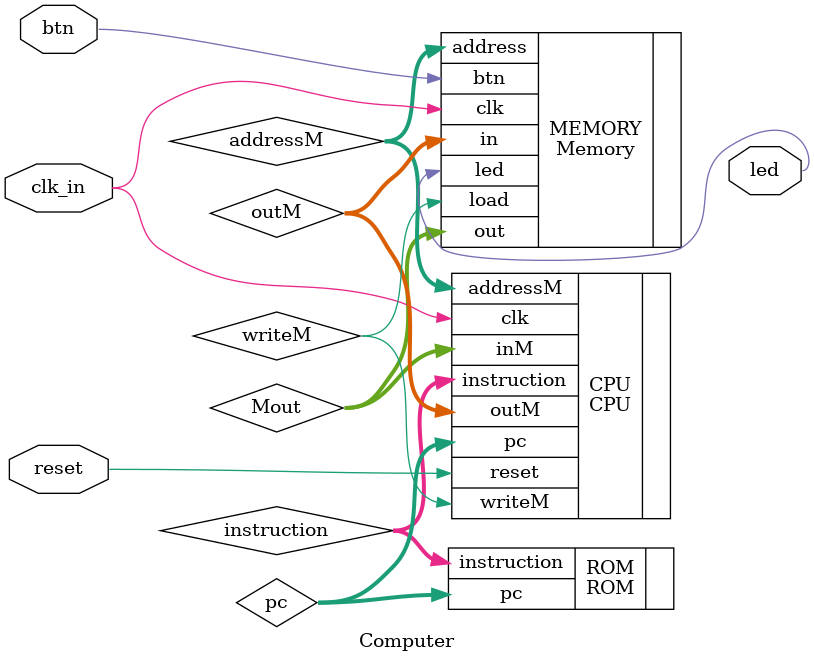
<source format=v>
`default_nettype none
`include "Memory.v"
`include "CPU.v"
`include "ROM.v"
module Computer( 
    input clk_in,				// external clock 100 MHz	
    input btn,			// buttons	(0 if pressed, 1 if released)
	output led,			// leds 	(0 off, 1 on)
    input reset
);
	
    // ROM32K(address=pc ,out=instruction );
    // CPU(inM=Mout ,instruction=instruction ,reset=reset ,outM=outM ,writeM=writeM ,addressM=addressM ,pc=pc );
    // Memory(in=outM ,load=writeM ,address=addressM ,out=Mout );

    wire [15:0] addressM;
    wire [15:0] outM;
    wire [15:0] instruction;
    wire [15:0] pc;
    wire [15:0] Mout;

    wire writeM;

	ROM ROM(
		.instruction(instruction),
		.pc(pc)
	);
	CPU CPU(
		.clk(clk_in),
		.inM(Mout),
		.instruction(instruction),
		.reset(reset),
		.outM(outM),
		.writeM(writeM),
		.addressM(addressM),
		.pc(pc)
	);

	Memory MEMORY(
		.clk(clk_in),
		.address(addressM),
		.in(outM),
		.out(Mout),
		.load(writeM),
        .btn(btn),
        .led(led)
	);

endmodule

</source>
